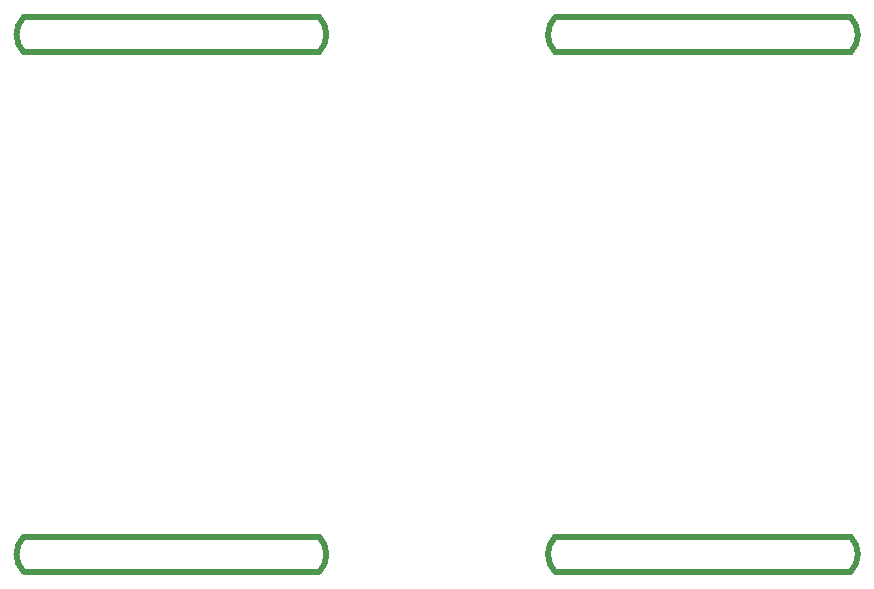
<source format=gm1>
G04*
G04 #@! TF.GenerationSoftware,Altium Limited,Altium Designer,20.0.13 (296)*
G04*
G04 Layer_Color=16711935*
%FSLAX25Y25*%
%MOIN*%
G70*
G01*
G75*
%ADD64C,0.01968*%
D64*
X236221Y385827D02*
G03*
X236221Y374016I5906J-5906D01*
G01*
X334646D02*
G03*
X334646Y385827I-5906J5906D01*
G01*
X59055D02*
G03*
X59055Y374016I5906J-5906D01*
G01*
X157480D02*
G03*
X157480Y385827I-5906J5906D01*
G01*
X236221Y212598D02*
G03*
X236221Y200787I5906J-5906D01*
G01*
X334646D02*
G03*
X334646Y212598I-5906J5906D01*
G01*
X157480Y200787D02*
G03*
X157480Y212598I-5906J5906D01*
G01*
X59055D02*
G03*
X59055Y200787I5906J-5906D01*
G01*
X236221Y374016D02*
X334646D01*
X236221Y385827D02*
X334646D01*
X59055Y374016D02*
X157480D01*
X59055Y385827D02*
X157480D01*
X236221Y212598D02*
X334646D01*
X59055D02*
X157480D01*
X236221Y200787D02*
X334646D01*
X59055D02*
X157480D01*
M02*

</source>
